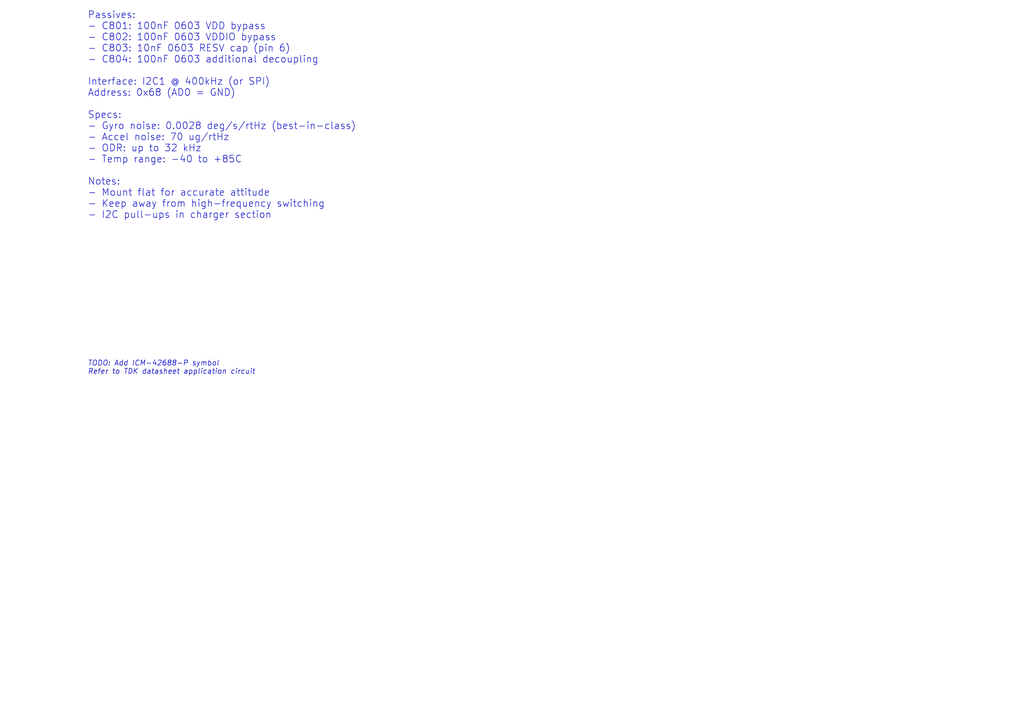
<source format=kicad_sch>
(kicad_sch
	(version 20231120)
	(generator "eeschema")
	(generator_version "8.0")
	(uuid "sec08-0001-0002-0003-000000000001")
	(paper "A4")
	(title_block
		(title "Section 08: IMU")
		(date "2026-01-28")
		(rev "0.1")
		(company "IMSAFE Project")
		(comment 1 "ICM-42688-P 6-axis IMU")
		(comment 2 "I2C address 0x68")
	)

	(lib_symbols)

	(text "IMU Section\n\nMain Component:\n- U10: ICM-42688-P (LGA-14 2.5x3mm)\n\nPassives:\n- C801: 100nF 0603 VDD bypass\n- C802: 100nF 0603 VDDIO bypass\n- C803: 10nF 0603 RESV cap (pin 6)\n- C804: 100nF 0603 additional decoupling\n\nInterface: I2C1 @ 400kHz (or SPI)\nAddress: 0x68 (AD0 = GND)\n\nSpecs:\n- Gyro noise: 0.0028 deg/s/rtHz (best-in-class)\n- Accel noise: 70 ug/rtHz\n- ODR: up to 32 kHz\n- Temp range: -40 to +85C\n\nNotes:\n- Mount flat for accurate attitude\n- Keep away from high-frequency switching\n- I2C pull-ups in charger section"
		(exclude_from_sim no)
		(at 25.4 25.4 0)
		(effects
			(font
				(size 2 2)
			)
			(justify left)
		)
		(uuid "sec08-text-001")
	)

	(text "TODO: Add ICM-42688-P symbol\nRefer to TDK datasheet application circuit"
		(exclude_from_sim no)
		(at 25.4 106.68 0)
		(effects
			(font
				(size 1.5 1.5)
				(italic yes)
			)
			(justify left)
		)
		(uuid "sec08-todo-001")
	)
)

</source>
